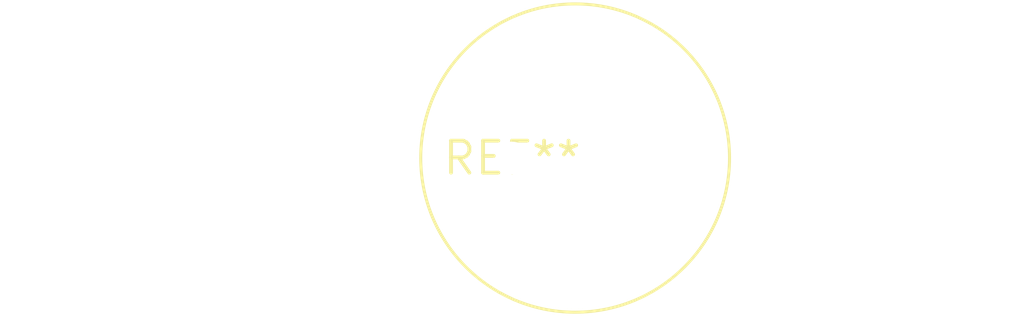
<source format=kicad_pcb>
(kicad_pcb (version 20240108) (generator pcbnew)
  (layers (0 "F.Cu" signal) (31 "B.Cu" signal) (34 "B.Paste" user) (35 "F.Paste" user) (36 "B.SilkS" user "B.Silkscreen") (37 "F.SilkS" user "F.Silkscreen") (38 "B.Mask" user) (39 "F.Mask" user) (44 "Edge.Cuts" user))
  (net 0 "")
  (footprint "L_Radial_D12.0mm_P5.00mm_Fastron_11P" (layer "F.Cu") (at 0 0)
    (property "Reference" "REF**")
    (property "Value" "L_Radial_D12.0mm_P5.00mm_Fastron_11P")
    (fp_circle (center 2.5 0) (end 8.62 0) (layer "F.SilkS") (stroke (width 0.12)) (fill none))
    (pad "1" thru_hole circle (at 0 0) (size 2.6 2.6) (drill 1.3) (layers *.Cu *.Mask) (remove_unused_layers))
    (pad "2" thru_hole circle (at 5 0) (size 2.6 2.6) (drill 1.3) (layers *.Cu *.Mask) (remove_unused_layers))
  )
)
</source>
